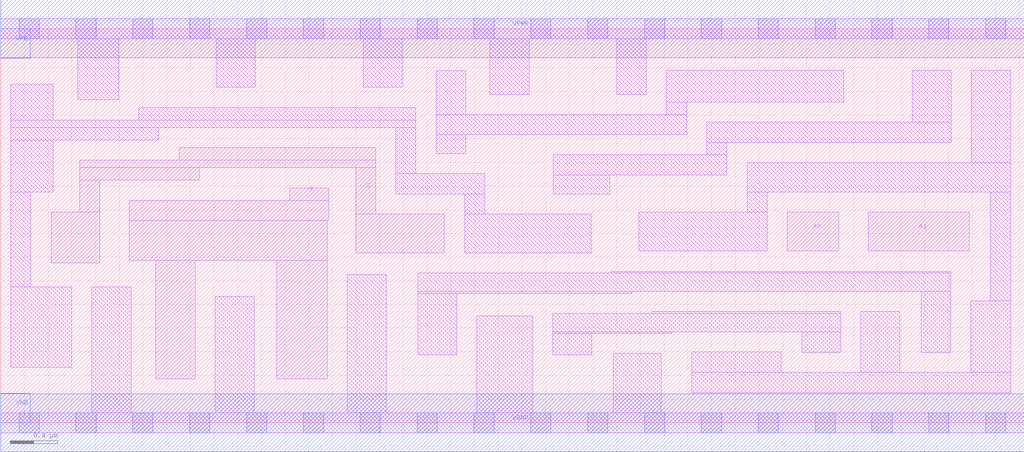
<source format=lef>
# Copyright 2020 The SkyWater PDK Authors
#
# Licensed under the Apache License, Version 2.0 (the "License");
# you may not use this file except in compliance with the License.
# You may obtain a copy of the License at
#
#     https://www.apache.org/licenses/LICENSE-2.0
#
# Unless required by applicable law or agreed to in writing, software
# distributed under the License is distributed on an "AS IS" BASIS,
# WITHOUT WARRANTIES OR CONDITIONS OF ANY KIND, either express or implied.
# See the License for the specific language governing permissions and
# limitations under the License.
#
# SPDX-License-Identifier: Apache-2.0

VERSION 5.5 ;
NAMESCASESENSITIVE ON ;
BUSBITCHARS "[]" ;
DIVIDERCHAR "/" ;
MACRO sky130_fd_sc_hs__mux2_4
  CLASS CORE ;
  SOURCE USER ;
  ORIGIN  0.000000  0.000000 ;
  SIZE  8.640000 BY  3.330000 ;
  SYMMETRY X Y ;
  SITE unit ;
  PIN A0
    ANTENNAGATEAREA  0.492000 ;
    DIRECTION INPUT ;
    USE SIGNAL ;
    PORT
      LAYER li1 ;
        RECT 6.640000 1.450000 7.075000 1.780000 ;
    END
  END A0
  PIN A1
    ANTENNAGATEAREA  0.492000 ;
    DIRECTION INPUT ;
    USE SIGNAL ;
    PORT
      LAYER li1 ;
        RECT 7.325000 1.450000 8.175000 1.780000 ;
    END
  END A1
  PIN S
    ANTENNAGATEAREA  0.738000 ;
    DIRECTION INPUT ;
    USE SIGNAL ;
    PORT
      LAYER li1 ;
        RECT 0.425000 1.350000 0.835000 1.780000 ;
        RECT 0.665000 1.780000 0.835000 2.050000 ;
        RECT 0.665000 2.050000 1.675000 2.155000 ;
        RECT 0.665000 2.155000 3.165000 2.220000 ;
        RECT 1.505000 2.220000 3.165000 2.325000 ;
        RECT 2.995000 1.435000 3.745000 1.765000 ;
        RECT 2.995000 1.765000 3.165000 2.155000 ;
    END
  END S
  PIN X
    ANTENNADIFFAREA  1.576550 ;
    DIRECTION OUTPUT ;
    USE SIGNAL ;
    PORT
      LAYER li1 ;
        RECT 1.085000 1.370000 2.755000 1.710000 ;
        RECT 1.085000 1.710000 2.770000 1.880000 ;
        RECT 1.310000 0.370000 1.640000 1.370000 ;
        RECT 2.330000 0.370000 2.755000 1.370000 ;
        RECT 2.440000 1.880000 2.770000 1.985000 ;
    END
  END X
  PIN VGND
    DIRECTION INOUT ;
    USE GROUND ;
    PORT
      LAYER met1 ;
        RECT 0.000000 -0.245000 8.640000 0.245000 ;
    END
  END VGND
  PIN VNB
    DIRECTION INOUT ;
    USE GROUND ;
    PORT
    END
  END VNB
  PIN VPB
    DIRECTION INOUT ;
    USE POWER ;
    PORT
    END
  END VPB
  PIN VNB
    DIRECTION INOUT ;
    USE GROUND ;
    PORT
      LAYER met1 ;
        RECT 0.000000 0.000000 0.250000 0.250000 ;
    END
  END VNB
  PIN VPB
    DIRECTION INOUT ;
    USE POWER ;
    PORT
      LAYER met1 ;
        RECT 0.000000 3.080000 0.250000 3.330000 ;
    END
  END VPB
  PIN VPWR
    DIRECTION INOUT ;
    USE POWER ;
    PORT
      LAYER met1 ;
        RECT 0.000000 3.085000 8.640000 3.575000 ;
    END
  END VPWR
  OBS
    LAYER li1 ;
      RECT 0.000000 -0.085000 8.640000 0.085000 ;
      RECT 0.000000  3.245000 8.640000 3.415000 ;
      RECT 0.085000  0.470000 0.600000 1.150000 ;
      RECT 0.085000  1.150000 0.255000 1.950000 ;
      RECT 0.085000  1.950000 0.445000 2.390000 ;
      RECT 0.085000  2.390000 1.335000 2.495000 ;
      RECT 0.085000  2.495000 3.505000 2.560000 ;
      RECT 0.085000  2.560000 0.445000 2.860000 ;
      RECT 0.650000  2.730000 0.995000 3.245000 ;
      RECT 0.770000  0.085000 1.100000 1.150000 ;
      RECT 1.165000  2.560000 3.505000 2.665000 ;
      RECT 1.810000  0.085000 2.140000 1.070000 ;
      RECT 1.820000  2.835000 2.150000 3.245000 ;
      RECT 2.925000  0.085000 3.255000 1.255000 ;
      RECT 3.060000  2.835000 3.390000 3.245000 ;
      RECT 3.335000  1.935000 4.085000 2.105000 ;
      RECT 3.335000  2.105000 3.505000 2.495000 ;
      RECT 3.520000  0.575000 3.850000 1.095000 ;
      RECT 3.520000  1.095000 5.325000 1.110000 ;
      RECT 3.520000  1.110000 8.020000 1.265000 ;
      RECT 3.675000  2.275000 3.925000 2.435000 ;
      RECT 3.675000  2.435000 5.790000 2.605000 ;
      RECT 3.675000  2.605000 3.925000 2.975000 ;
      RECT 3.915000  1.435000 4.985000 1.765000 ;
      RECT 3.915000  1.765000 4.085000 1.935000 ;
      RECT 4.020000  0.085000 4.490000 0.905000 ;
      RECT 4.130000  2.775000 4.460000 3.245000 ;
      RECT 4.660000  0.575000 4.990000 0.755000 ;
      RECT 4.660000  0.755000 5.665000 0.770000 ;
      RECT 4.660000  0.770000 7.090000 0.925000 ;
      RECT 4.665000  1.935000 5.140000 2.095000 ;
      RECT 4.665000  2.095000 6.130000 2.265000 ;
      RECT 5.155000  1.265000 8.020000 1.280000 ;
      RECT 5.170000  0.085000 5.575000 0.585000 ;
      RECT 5.200000  2.775000 5.450000 3.245000 ;
      RECT 5.385000  1.450000 6.470000 1.780000 ;
      RECT 5.495000  0.925000 7.090000 0.940000 ;
      RECT 5.620000  2.605000 5.790000 2.710000 ;
      RECT 5.620000  2.710000 7.115000 2.980000 ;
      RECT 5.835000  0.255000 8.525000 0.425000 ;
      RECT 5.835000  0.425000 6.590000 0.600000 ;
      RECT 5.960000  2.265000 6.130000 2.370000 ;
      RECT 5.960000  2.370000 8.025000 2.540000 ;
      RECT 6.300000  1.780000 6.470000 1.950000 ;
      RECT 6.300000  1.950000 8.525000 2.200000 ;
      RECT 6.760000  0.595000 7.090000 0.770000 ;
      RECT 7.260000  0.425000 7.590000 0.940000 ;
      RECT 7.695000  2.540000 8.025000 2.980000 ;
      RECT 7.770000  0.595000 8.020000 1.110000 ;
      RECT 8.190000  0.425000 8.525000 1.030000 ;
      RECT 8.195000  2.200000 8.525000 2.980000 ;
      RECT 8.355000  1.030000 8.525000 1.950000 ;
    LAYER mcon ;
      RECT 0.155000 -0.085000 0.325000 0.085000 ;
      RECT 0.155000  3.245000 0.325000 3.415000 ;
      RECT 0.635000 -0.085000 0.805000 0.085000 ;
      RECT 0.635000  3.245000 0.805000 3.415000 ;
      RECT 1.115000 -0.085000 1.285000 0.085000 ;
      RECT 1.115000  3.245000 1.285000 3.415000 ;
      RECT 1.595000 -0.085000 1.765000 0.085000 ;
      RECT 1.595000  3.245000 1.765000 3.415000 ;
      RECT 2.075000 -0.085000 2.245000 0.085000 ;
      RECT 2.075000  3.245000 2.245000 3.415000 ;
      RECT 2.555000 -0.085000 2.725000 0.085000 ;
      RECT 2.555000  3.245000 2.725000 3.415000 ;
      RECT 3.035000 -0.085000 3.205000 0.085000 ;
      RECT 3.035000  3.245000 3.205000 3.415000 ;
      RECT 3.515000 -0.085000 3.685000 0.085000 ;
      RECT 3.515000  3.245000 3.685000 3.415000 ;
      RECT 3.995000 -0.085000 4.165000 0.085000 ;
      RECT 3.995000  3.245000 4.165000 3.415000 ;
      RECT 4.475000 -0.085000 4.645000 0.085000 ;
      RECT 4.475000  3.245000 4.645000 3.415000 ;
      RECT 4.955000 -0.085000 5.125000 0.085000 ;
      RECT 4.955000  3.245000 5.125000 3.415000 ;
      RECT 5.435000 -0.085000 5.605000 0.085000 ;
      RECT 5.435000  3.245000 5.605000 3.415000 ;
      RECT 5.915000 -0.085000 6.085000 0.085000 ;
      RECT 5.915000  3.245000 6.085000 3.415000 ;
      RECT 6.395000 -0.085000 6.565000 0.085000 ;
      RECT 6.395000  3.245000 6.565000 3.415000 ;
      RECT 6.875000 -0.085000 7.045000 0.085000 ;
      RECT 6.875000  3.245000 7.045000 3.415000 ;
      RECT 7.355000 -0.085000 7.525000 0.085000 ;
      RECT 7.355000  3.245000 7.525000 3.415000 ;
      RECT 7.835000 -0.085000 8.005000 0.085000 ;
      RECT 7.835000  3.245000 8.005000 3.415000 ;
      RECT 8.315000 -0.085000 8.485000 0.085000 ;
      RECT 8.315000  3.245000 8.485000 3.415000 ;
  END
END sky130_fd_sc_hs__mux2_4
END LIBRARY

</source>
